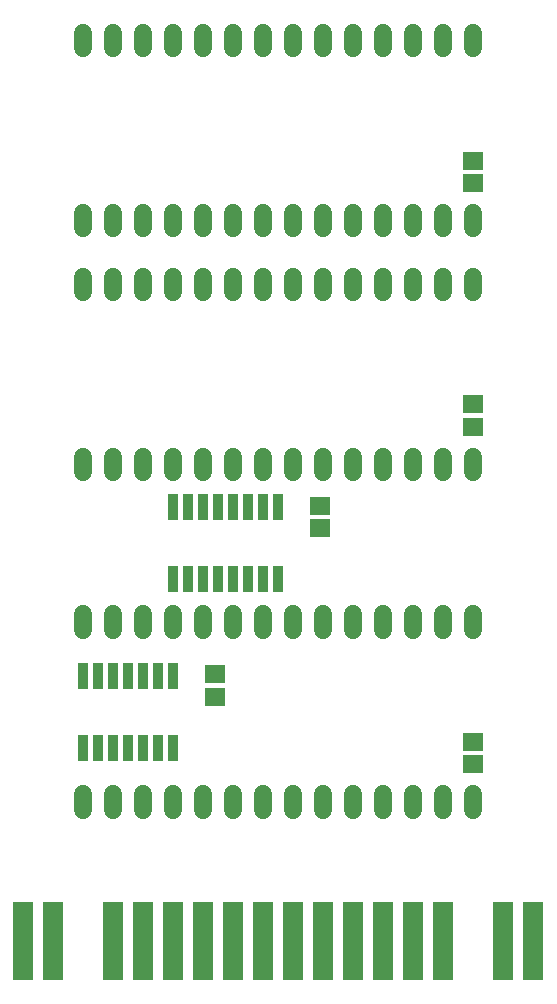
<source format=gbs>
G75*
%MOIN*%
%OFA0B0*%
%FSLAX24Y24*%
%IPPOS*%
%LPD*%
%AMOC8*
5,1,8,0,0,1.08239X$1,22.5*
%
%ADD10R,0.0680X0.2630*%
%ADD11C,0.0600*%
%ADD12R,0.0671X0.0592*%
%ADD13R,0.0340X0.0880*%
D10*
X000930Y003800D03*
X001930Y003800D03*
X003930Y003800D03*
X004930Y003800D03*
X005930Y003800D03*
X006930Y003800D03*
X007930Y003800D03*
X008930Y003800D03*
X009930Y003800D03*
X010930Y003800D03*
X011930Y003800D03*
X012930Y003800D03*
X013930Y003800D03*
X014930Y003800D03*
X016930Y003800D03*
X017930Y003800D03*
D11*
X015930Y008165D02*
X015930Y008685D01*
X014930Y008685D02*
X014930Y008165D01*
X013930Y008165D02*
X013930Y008685D01*
X012930Y008685D02*
X012930Y008165D01*
X011930Y008165D02*
X011930Y008685D01*
X010930Y008685D02*
X010930Y008165D01*
X009930Y008165D02*
X009930Y008685D01*
X008930Y008685D02*
X008930Y008165D01*
X007930Y008165D02*
X007930Y008685D01*
X006930Y008685D02*
X006930Y008165D01*
X005930Y008165D02*
X005930Y008685D01*
X004930Y008685D02*
X004930Y008165D01*
X003930Y008165D02*
X003930Y008685D01*
X002930Y008685D02*
X002930Y008165D01*
X002930Y014165D02*
X002930Y014685D01*
X003930Y014685D02*
X003930Y014165D01*
X004930Y014165D02*
X004930Y014685D01*
X005930Y014685D02*
X005930Y014165D01*
X006930Y014165D02*
X006930Y014685D01*
X007930Y014685D02*
X007930Y014165D01*
X008930Y014165D02*
X008930Y014685D01*
X009930Y014685D02*
X009930Y014165D01*
X010930Y014165D02*
X010930Y014685D01*
X011930Y014685D02*
X011930Y014165D01*
X012930Y014165D02*
X012930Y014685D01*
X013930Y014685D02*
X013930Y014165D01*
X014930Y014165D02*
X014930Y014685D01*
X015930Y014685D02*
X015930Y014165D01*
X015930Y019415D02*
X015930Y019935D01*
X014930Y019935D02*
X014930Y019415D01*
X013930Y019415D02*
X013930Y019935D01*
X012930Y019935D02*
X012930Y019415D01*
X011930Y019415D02*
X011930Y019935D01*
X010930Y019935D02*
X010930Y019415D01*
X009930Y019415D02*
X009930Y019935D01*
X008930Y019935D02*
X008930Y019415D01*
X007930Y019415D02*
X007930Y019935D01*
X006930Y019935D02*
X006930Y019415D01*
X005930Y019415D02*
X005930Y019935D01*
X004930Y019935D02*
X004930Y019415D01*
X003930Y019415D02*
X003930Y019935D01*
X002930Y019935D02*
X002930Y019415D01*
X002930Y025415D02*
X002930Y025935D01*
X003930Y025935D02*
X003930Y025415D01*
X004930Y025415D02*
X004930Y025935D01*
X004930Y027540D02*
X004930Y028060D01*
X003930Y028060D02*
X003930Y027540D01*
X002930Y027540D02*
X002930Y028060D01*
X005930Y028060D02*
X005930Y027540D01*
X006930Y027540D02*
X006930Y028060D01*
X007930Y028060D02*
X007930Y027540D01*
X007930Y025935D02*
X007930Y025415D01*
X006930Y025415D02*
X006930Y025935D01*
X005930Y025935D02*
X005930Y025415D01*
X008930Y025415D02*
X008930Y025935D01*
X009930Y025935D02*
X009930Y025415D01*
X010930Y025415D02*
X010930Y025935D01*
X011930Y025935D02*
X011930Y025415D01*
X012930Y025415D02*
X012930Y025935D01*
X013930Y025935D02*
X013930Y025415D01*
X014930Y025415D02*
X014930Y025935D01*
X015930Y025935D02*
X015930Y025415D01*
X015930Y027540D02*
X015930Y028060D01*
X014930Y028060D02*
X014930Y027540D01*
X013930Y027540D02*
X013930Y028060D01*
X012930Y028060D02*
X012930Y027540D01*
X011930Y027540D02*
X011930Y028060D01*
X010930Y028060D02*
X010930Y027540D01*
X009930Y027540D02*
X009930Y028060D01*
X008930Y028060D02*
X008930Y027540D01*
X008930Y033540D02*
X008930Y034060D01*
X009930Y034060D02*
X009930Y033540D01*
X010930Y033540D02*
X010930Y034060D01*
X011930Y034060D02*
X011930Y033540D01*
X012930Y033540D02*
X012930Y034060D01*
X013930Y034060D02*
X013930Y033540D01*
X014930Y033540D02*
X014930Y034060D01*
X015930Y034060D02*
X015930Y033540D01*
X007930Y033540D02*
X007930Y034060D01*
X006930Y034060D02*
X006930Y033540D01*
X005930Y033540D02*
X005930Y034060D01*
X004930Y034060D02*
X004930Y033540D01*
X003930Y033540D02*
X003930Y034060D01*
X002930Y034060D02*
X002930Y033540D01*
D12*
X010805Y018299D03*
X010805Y017551D03*
X007305Y012674D03*
X007305Y011926D03*
X015930Y010424D03*
X015930Y009676D03*
X015930Y020926D03*
X015930Y021674D03*
X015930Y029051D03*
X015930Y029799D03*
D13*
X009430Y018260D03*
X008930Y018260D03*
X008430Y018260D03*
X007930Y018260D03*
X007430Y018260D03*
X006930Y018260D03*
X006430Y018260D03*
X005930Y018260D03*
X005930Y015840D03*
X006430Y015840D03*
X006930Y015840D03*
X007430Y015840D03*
X007930Y015840D03*
X008430Y015840D03*
X008930Y015840D03*
X009430Y015840D03*
X005930Y012635D03*
X005430Y012635D03*
X004930Y012635D03*
X004430Y012635D03*
X003930Y012635D03*
X003430Y012635D03*
X002930Y012635D03*
X002930Y010215D03*
X003430Y010215D03*
X003930Y010215D03*
X004430Y010215D03*
X004930Y010215D03*
X005430Y010215D03*
X005930Y010215D03*
M02*

</source>
